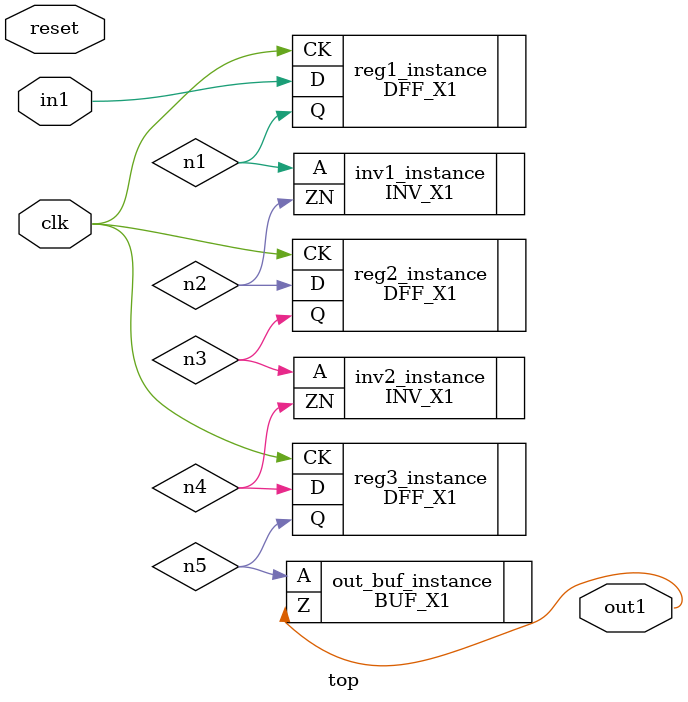
<source format=v>
module top (
    input clk,
    input reset,
    input in1,
    output out1
);

    wire n1, n2, n3, n4, n5;

    // Using Nangate45 cells
    DFF_X1 reg1_instance (
        .CK(clk),
        .D(in1),
        .Q(n1)
        // .QN() // Nangate DFF_X1 typically doesn't have QN by default, or it's named differently.
        // .RSTN(reset) // Or .S(set_signal), .R(reset_signal) depending on specific DFF type if reset is needed
    );

    INV_X1 inv1_instance (
        .A(n1),
        .ZN(n2) // Nangate INV_X1 typically uses ZN for output
    );

    DFF_X1 reg2_instance (
        .CK(clk),
        .D(n2),
        .Q(n3)
    );

    INV_X1 inv2_instance (
        .A(n3),
        .ZN(n4)
    );
    
    DFF_X1 reg3_instance (
        .CK(clk),
        .D(n4),
        .Q(n5)
    );

    // Using a buffer for the output, also from Nangate45
    BUF_X1 out_buf_instance (
        .A(n5),
        .Z(out1) // Nangate BUF_X1 typically uses Z for output
    );

endmodule 
</source>
